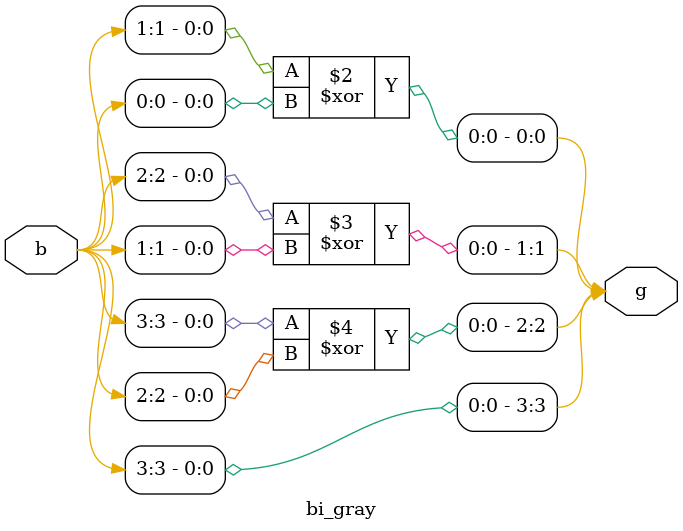
<source format=v>
`timescale 1ns / 1ps


module bi_gray(
input [3:0] b,
output reg [3:0] g
    );
  always @(*) begin
   g[0]=b[1]^b[0];
   g[1]=b[2]^b[1];
   g[2]=b[3]^b[2];
   g[3]=b[3];      
   end
endmodule

</source>
